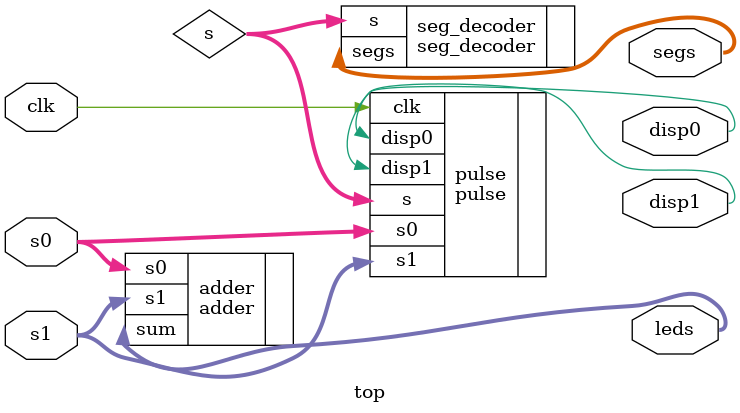
<source format=sv>

module top (
  input  logic       clk,
  input  logic [3:0] s0, s1,
  output logic [4:0] leds,
  output logic [6:0] segs,
  output logic disp0, disp1
);

  // Internal logic
  logic [3:0] s;

  // Display sum of inputs on LEDs
  adder adder (.s0, .s1, .sum(leds));

  // Toggle active display
  pulse #(20000000) pulse (.clk, .disp0, .disp1, .s, .s0, .s1);

  // Seven-segment display decoder
  seg_decoder seg_decoder (.s, .segs(segs));

endmodule

</source>
